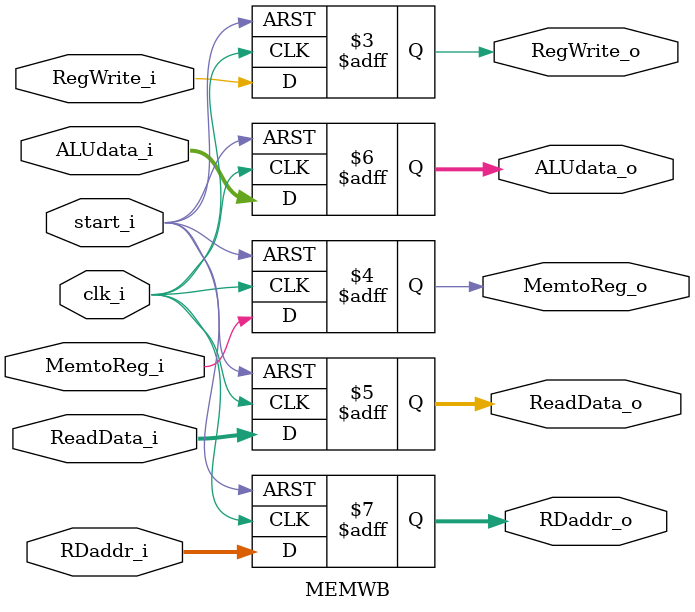
<source format=v>
module MEMWB
(
	clk_i,
	start_i,
	RegWrite_i,
	MemtoReg_i,
	ReadData_i,
	ALUdata_i,
	RDaddr_i,
	RegWrite_o,
	MemtoReg_o,
	ReadData_o,
	ALUdata_o,
	RDaddr_o
);

input clk_i, start_i;
input  RegWrite_i, MemtoReg_i;
input [31:0] ReadData_i, ALUdata_i;
input [4:0]  RDaddr_i;
output  RegWrite_o, MemtoReg_o;
output [31:0] ReadData_o, ALUdata_o;
output [4:0] RDaddr_o;
reg RegWrite_o, MemtoReg_o, ReadData_o, ALUdata_o, RDaddr_o;

always @ ( posedge clk_i or negedge start_i) begin
  if (~start_i) begin
    RegWrite_o <= 0;
    MemtoReg_o <= 0;
    ReadData_o <= 0;
    ALUdata_o <= 0;
    RDaddr_o <=0;
  end
  else begin
    RegWrite_o <= RegWrite_i;
    MemtoReg_o <= MemtoReg_i;
    ReadData_o <= ReadData_i;
    ALUdata_o <= ALUdata_i;
    RDaddr_o <= RDaddr_i;
  end
end
endmodule

</source>
